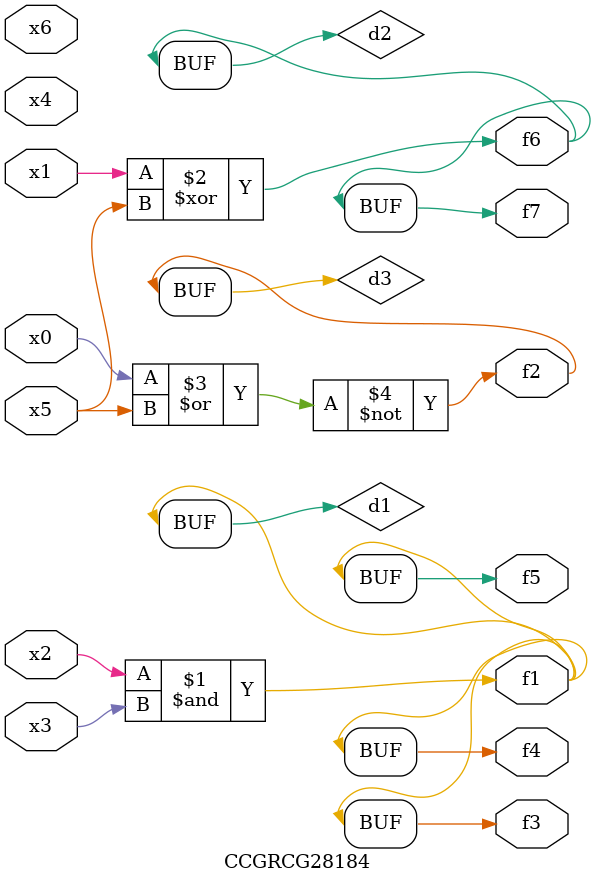
<source format=v>
module CCGRCG28184(
	input x0, x1, x2, x3, x4, x5, x6,
	output f1, f2, f3, f4, f5, f6, f7
);

	wire d1, d2, d3;

	and (d1, x2, x3);
	xor (d2, x1, x5);
	nor (d3, x0, x5);
	assign f1 = d1;
	assign f2 = d3;
	assign f3 = d1;
	assign f4 = d1;
	assign f5 = d1;
	assign f6 = d2;
	assign f7 = d2;
endmodule

</source>
